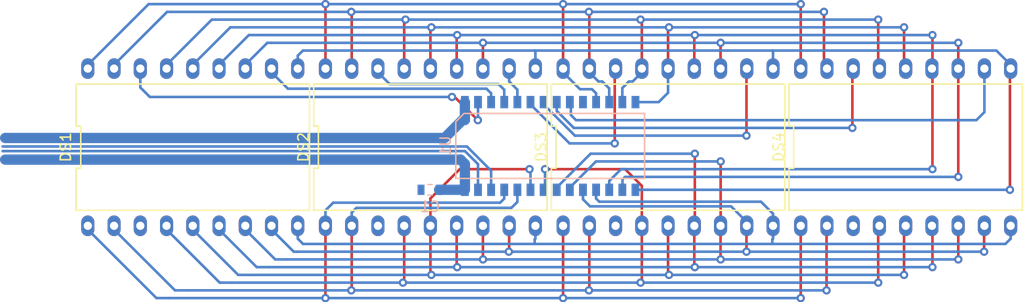
<source format=kicad_pcb>
(kicad_pcb (version 20171130) (host pcbnew 5.0.0-rc2-dev-unknown+dfsg1+20180318-3)

  (general
    (thickness 1.6)
    (drawings 0)
    (tracks 354)
    (zones 0)
    (modules 6)
    (nets 33)
  )

  (page A4)
  (layers
    (0 F.Cu signal)
    (31 B.Cu signal)
    (32 B.Adhes user)
    (33 F.Adhes user)
    (34 B.Paste user)
    (35 F.Paste user)
    (36 B.SilkS user)
    (37 F.SilkS user)
    (38 B.Mask user)
    (39 F.Mask user)
    (40 Dwgs.User user)
    (41 Cmts.User user)
    (42 Eco1.User user)
    (43 Eco2.User user)
    (44 Edge.Cuts user)
    (45 Margin user)
    (46 B.CrtYd user)
    (47 F.CrtYd user)
    (48 B.Fab user)
    (49 F.Fab user)
  )

  (setup
    (last_trace_width 0.25)
    (user_trace_width 0.25)
    (user_trace_width 0.5)
    (user_trace_width 1)
    (trace_clearance 0.2)
    (zone_clearance 0.508)
    (zone_45_only no)
    (trace_min 0.2)
    (segment_width 0.2)
    (edge_width 0.15)
    (via_size 0.8)
    (via_drill 0.4)
    (via_min_size 0.4)
    (via_min_drill 0.3)
    (user_via 1 0.5)
    (uvia_size 0.3)
    (uvia_drill 0.1)
    (uvias_allowed no)
    (uvia_min_size 0.2)
    (uvia_min_drill 0.1)
    (pcb_text_width 0.3)
    (pcb_text_size 1.5 1.5)
    (mod_edge_width 0.15)
    (mod_text_size 1 1)
    (mod_text_width 0.15)
    (pad_size 1.524 1.524)
    (pad_drill 0.762)
    (pad_to_mask_clearance 0.2)
    (aux_axis_origin 0 0)
    (visible_elements FFFFFF7F)
    (pcbplotparams
      (layerselection 0x010fc_ffffffff)
      (usegerberextensions false)
      (usegerberattributes false)
      (usegerberadvancedattributes false)
      (creategerberjobfile false)
      (excludeedgelayer true)
      (linewidth 0.100000)
      (plotframeref false)
      (viasonmask false)
      (mode 1)
      (useauxorigin false)
      (hpglpennumber 1)
      (hpglpenspeed 20)
      (hpglpendiameter 15)
      (psnegative false)
      (psa4output false)
      (plotreference true)
      (plotvalue true)
      (plotinvisibletext false)
      (padsonsilk false)
      (subtractmaskfromsilk false)
      (outputformat 1)
      (mirror false)
      (drillshape 1)
      (scaleselection 1)
      (outputdirectory ""))
  )

  (net 0 "")
  (net 1 GND)
  (net 2 VDD)
  (net 3 /C)
  (net 4 /B)
  (net 5 /DP)
  (net 6 /DIG7)
  (net 7 /D)
  (net 8 /A)
  (net 9 /G2)
  (net 10 /G1)
  (net 11 /N)
  (net 12 /K)
  (net 13 /M)
  (net 14 /J)
  (net 15 "Net-(DS1-Pad3)")
  (net 16 /DIG6)
  (net 17 /L)
  (net 18 /H)
  (net 19 /E)
  (net 20 /F)
  (net 21 /DIG0)
  (net 22 "Net-(DS2-Pad3)")
  (net 23 /DIG1)
  (net 24 /DIG3)
  (net 25 "Net-(DS3-Pad3)")
  (net 26 /DIG2)
  (net 27 /DIG4)
  (net 28 "Net-(DS4-Pad3)")
  (net 29 /DIG5)
  (net 30 /SDA)
  (net 31 /SCL)
  (net 32 "Net-(U1-Pad10)")

  (net_class Default "This is the default net class."
    (clearance 0.2)
    (trace_width 0.25)
    (via_dia 0.8)
    (via_drill 0.4)
    (uvia_dia 0.3)
    (uvia_drill 0.1)
    (add_net /A)
    (add_net /B)
    (add_net /C)
    (add_net /D)
    (add_net /DIG0)
    (add_net /DIG1)
    (add_net /DIG2)
    (add_net /DIG3)
    (add_net /DIG4)
    (add_net /DIG5)
    (add_net /DIG6)
    (add_net /DIG7)
    (add_net /DP)
    (add_net /E)
    (add_net /F)
    (add_net /G1)
    (add_net /G2)
    (add_net /H)
    (add_net /J)
    (add_net /K)
    (add_net /L)
    (add_net /M)
    (add_net /N)
    (add_net /SCL)
    (add_net /SDA)
    (add_net "Net-(DS1-Pad3)")
    (add_net "Net-(DS2-Pad3)")
    (add_net "Net-(DS3-Pad3)")
    (add_net "Net-(DS4-Pad3)")
    (add_net "Net-(U1-Pad10)")
  )

  (net_class PWR ""
    (clearance 0.2)
    (trace_width 0.4)
    (via_dia 1)
    (via_drill 0.5)
    (uvia_dia 0.3)
    (uvia_drill 0.1)
    (add_net GND)
    (add_net VDD)
  )

  (module Capacitor_SMD:C_0603_1608Metric (layer B.Cu) (tedit 59FE48B8) (tstamp 5AE923FF)
    (at 130.375 58.25)
    (descr "Capacitor SMD 0603 (1608 Metric), square (rectangular) end terminal, IPC_7351 nominal, (Body size source: http://www.tortai-tech.com/upload/download/2011102023233369053.pdf), generated with kicad-footprint-generator")
    (tags capacitor)
    (path /5AE67BDA)
    (attr smd)
    (fp_text reference C1 (at 0 1.65) (layer B.SilkS)
      (effects (font (size 1 1) (thickness 0.15)) (justify mirror))
    )
    (fp_text value 0.1u (at 0 -1.65) (layer B.Fab)
      (effects (font (size 1 1) (thickness 0.15)) (justify mirror))
    )
    (fp_line (start -0.8 -0.4) (end -0.8 0.4) (layer B.Fab) (width 0.1))
    (fp_line (start -0.8 0.4) (end 0.8 0.4) (layer B.Fab) (width 0.1))
    (fp_line (start 0.8 0.4) (end 0.8 -0.4) (layer B.Fab) (width 0.1))
    (fp_line (start 0.8 -0.4) (end -0.8 -0.4) (layer B.Fab) (width 0.1))
    (fp_line (start -0.22 0.51) (end 0.22 0.51) (layer B.SilkS) (width 0.12))
    (fp_line (start -0.22 -0.51) (end 0.22 -0.51) (layer B.SilkS) (width 0.12))
    (fp_line (start -1.46 -0.75) (end -1.46 0.75) (layer B.CrtYd) (width 0.05))
    (fp_line (start -1.46 0.75) (end 1.46 0.75) (layer B.CrtYd) (width 0.05))
    (fp_line (start 1.46 0.75) (end 1.46 -0.75) (layer B.CrtYd) (width 0.05))
    (fp_line (start 1.46 -0.75) (end -1.46 -0.75) (layer B.CrtYd) (width 0.05))
    (fp_text user %R (at 0 0) (layer B.Fab)
      (effects (font (size 0.5 0.5) (thickness 0.08)) (justify mirror))
    )
    (pad 1 smd rect (at -0.875 0) (size 0.67 1) (layers B.Cu B.Paste B.Mask)
      (net 1 GND))
    (pad 2 smd rect (at 0.875 0) (size 0.67 1) (layers B.Cu B.Paste B.Mask)
      (net 2 VDD))
    (model ${KISYS3DMOD}/Capacitor_SMD.3dshapes/C_0603_1608Metric.wrl
      (at (xyz 0 0 0))
      (scale (xyz 1 1 1))
      (rotate (xyz 0 0 0))
    )
  )

  (module DC26badge:DUAL_14SEG (layer F.Cu) (tedit 5AE7D986) (tstamp 5AE920D4)
    (at 176.41 54.12)
    (path /5AE67836)
    (fp_text reference DS4 (at -12.295 0 90) (layer F.SilkS)
      (effects (font (size 1 1) (thickness 0.15)))
    )
    (fp_text value 14_Segment_Dual_CC (at 0 0) (layer F.Fab)
      (effects (font (size 1 1) (thickness 0.15)))
    )
    (fp_line (start -11.45 6.25) (end -11.45 -6.25) (layer F.CrtYd) (width 0.05))
    (fp_line (start 11.45 6.25) (end -11.45 6.25) (layer F.CrtYd) (width 0.05))
    (fp_line (start 11.45 -6.25) (end 11.45 6.25) (layer F.CrtYd) (width 0.05))
    (fp_line (start -11.45 -6.25) (end 11.45 -6.25) (layer F.CrtYd) (width 0.05))
    (fp_line (start -11.295 2.039999) (end -11.295 6.119999) (layer F.SilkS) (width 0.15))
    (fp_line (start -10.845 2.039999) (end -11.295 2.039999) (layer F.SilkS) (width 0.15))
    (fp_line (start -10.845 -2.04) (end -10.845 2.039999) (layer F.SilkS) (width 0.15))
    (fp_line (start -11.295 -2.04) (end -10.845 -2.04) (layer F.SilkS) (width 0.15))
    (fp_line (start -11.295 -6.12) (end -11.295 -2.04) (layer F.SilkS) (width 0.15))
    (fp_line (start 11.295 -6.119999) (end -11.295 -6.12) (layer F.SilkS) (width 0.15))
    (fp_line (start 11.295 6.12) (end 11.295 -6.119999) (layer F.SilkS) (width 0.15))
    (fp_line (start -11.295 6.119999) (end 11.295 6.12) (layer F.SilkS) (width 0.15))
    (pad 9 thru_hole oval (at 10.16 7.62) (size 1.27 2) (drill 0.8) (layers *.Cu *.Mask)
      (net 3 /C))
    (pad 10 thru_hole oval (at 10.16 -7.62) (size 1.27 2) (drill 0.8) (layers *.Cu *.Mask)
      (net 4 /B))
    (pad 8 thru_hole oval (at 7.62 7.62) (size 1.27 2) (drill 0.8) (layers *.Cu *.Mask)
      (net 5 /DP))
    (pad 11 thru_hole oval (at 7.62 -7.62) (size 1.27 2) (drill 0.8) (layers *.Cu *.Mask)
      (net 6 /DIG7))
    (pad 7 thru_hole oval (at 5.08 7.62) (size 1.27 2) (drill 0.8) (layers *.Cu *.Mask)
      (net 7 /D))
    (pad 12 thru_hole oval (at 5.08 -7.62) (size 1.27 2) (drill 0.8) (layers *.Cu *.Mask)
      (net 8 /A))
    (pad 6 thru_hole oval (at 2.54 7.62) (size 1.27 2) (drill 0.8) (layers *.Cu *.Mask)
      (net 9 /G2))
    (pad 13 thru_hole oval (at 2.54 -7.62) (size 1.27 2) (drill 0.8) (layers *.Cu *.Mask)
      (net 10 /G1))
    (pad 5 thru_hole oval (at 0 7.62) (size 1.27 2) (drill 0.8) (layers *.Cu *.Mask)
      (net 11 /N))
    (pad 14 thru_hole oval (at 0 -7.62) (size 1.27 2) (drill 0.8) (layers *.Cu *.Mask)
      (net 12 /K))
    (pad 4 thru_hole oval (at -2.54 7.62) (size 1.27 2) (drill 0.8) (layers *.Cu *.Mask)
      (net 13 /M))
    (pad 15 thru_hole oval (at -2.54 -7.62) (size 1.27 2) (drill 0.8) (layers *.Cu *.Mask)
      (net 14 /J))
    (pad 3 thru_hole oval (at -5.08 7.62) (size 1.27 2) (drill 0.8) (layers *.Cu *.Mask)
      (net 28 "Net-(DS4-Pad3)"))
    (pad 16 thru_hole oval (at -5.08 -7.62) (size 1.27 2) (drill 0.8) (layers *.Cu *.Mask)
      (net 16 /DIG6))
    (pad 2 thru_hole oval (at -7.62 7.62) (size 1.27 2) (drill 0.8) (layers *.Cu *.Mask)
      (net 17 /L))
    (pad 17 thru_hole oval (at -7.62 -7.62) (size 1.27 2) (drill 0.8) (layers *.Cu *.Mask)
      (net 18 /H))
    (pad 1 thru_hole oval (at -10.16 7.62) (size 1.27 2) (drill 0.8) (layers *.Cu *.Mask)
      (net 19 /E))
    (pad 18 thru_hole oval (at -10.16 -7.62) (size 1.27 2) (drill 0.8) (layers *.Cu *.Mask)
      (net 20 /F))
  )

  (module DC26badge:DUAL_14SEG (layer F.Cu) (tedit 5AE7D986) (tstamp 5AE920B2)
    (at 153.41 54.12)
    (path /5AE677A6)
    (fp_text reference DS3 (at -12.295 0 90) (layer F.SilkS)
      (effects (font (size 1 1) (thickness 0.15)))
    )
    (fp_text value 14_Segment_Dual_CC (at 0 0) (layer F.Fab)
      (effects (font (size 1 1) (thickness 0.15)))
    )
    (fp_line (start -11.295 6.119999) (end 11.295 6.12) (layer F.SilkS) (width 0.15))
    (fp_line (start 11.295 6.12) (end 11.295 -6.119999) (layer F.SilkS) (width 0.15))
    (fp_line (start 11.295 -6.119999) (end -11.295 -6.12) (layer F.SilkS) (width 0.15))
    (fp_line (start -11.295 -6.12) (end -11.295 -2.04) (layer F.SilkS) (width 0.15))
    (fp_line (start -11.295 -2.04) (end -10.845 -2.04) (layer F.SilkS) (width 0.15))
    (fp_line (start -10.845 -2.04) (end -10.845 2.039999) (layer F.SilkS) (width 0.15))
    (fp_line (start -10.845 2.039999) (end -11.295 2.039999) (layer F.SilkS) (width 0.15))
    (fp_line (start -11.295 2.039999) (end -11.295 6.119999) (layer F.SilkS) (width 0.15))
    (fp_line (start -11.45 -6.25) (end 11.45 -6.25) (layer F.CrtYd) (width 0.05))
    (fp_line (start 11.45 -6.25) (end 11.45 6.25) (layer F.CrtYd) (width 0.05))
    (fp_line (start 11.45 6.25) (end -11.45 6.25) (layer F.CrtYd) (width 0.05))
    (fp_line (start -11.45 6.25) (end -11.45 -6.25) (layer F.CrtYd) (width 0.05))
    (pad 18 thru_hole oval (at -10.16 -7.62) (size 1.27 2) (drill 0.8) (layers *.Cu *.Mask)
      (net 20 /F))
    (pad 1 thru_hole oval (at -10.16 7.62) (size 1.27 2) (drill 0.8) (layers *.Cu *.Mask)
      (net 19 /E))
    (pad 17 thru_hole oval (at -7.62 -7.62) (size 1.27 2) (drill 0.8) (layers *.Cu *.Mask)
      (net 18 /H))
    (pad 2 thru_hole oval (at -7.62 7.62) (size 1.27 2) (drill 0.8) (layers *.Cu *.Mask)
      (net 17 /L))
    (pad 16 thru_hole oval (at -5.08 -7.62) (size 1.27 2) (drill 0.8) (layers *.Cu *.Mask)
      (net 27 /DIG4))
    (pad 3 thru_hole oval (at -5.08 7.62) (size 1.27 2) (drill 0.8) (layers *.Cu *.Mask)
      (net 25 "Net-(DS3-Pad3)"))
    (pad 15 thru_hole oval (at -2.54 -7.62) (size 1.27 2) (drill 0.8) (layers *.Cu *.Mask)
      (net 14 /J))
    (pad 4 thru_hole oval (at -2.54 7.62) (size 1.27 2) (drill 0.8) (layers *.Cu *.Mask)
      (net 13 /M))
    (pad 14 thru_hole oval (at 0 -7.62) (size 1.27 2) (drill 0.8) (layers *.Cu *.Mask)
      (net 12 /K))
    (pad 5 thru_hole oval (at 0 7.62) (size 1.27 2) (drill 0.8) (layers *.Cu *.Mask)
      (net 11 /N))
    (pad 13 thru_hole oval (at 2.54 -7.62) (size 1.27 2) (drill 0.8) (layers *.Cu *.Mask)
      (net 10 /G1))
    (pad 6 thru_hole oval (at 2.54 7.62) (size 1.27 2) (drill 0.8) (layers *.Cu *.Mask)
      (net 9 /G2))
    (pad 12 thru_hole oval (at 5.08 -7.62) (size 1.27 2) (drill 0.8) (layers *.Cu *.Mask)
      (net 8 /A))
    (pad 7 thru_hole oval (at 5.08 7.62) (size 1.27 2) (drill 0.8) (layers *.Cu *.Mask)
      (net 7 /D))
    (pad 11 thru_hole oval (at 7.62 -7.62) (size 1.27 2) (drill 0.8) (layers *.Cu *.Mask)
      (net 29 /DIG5))
    (pad 8 thru_hole oval (at 7.62 7.62) (size 1.27 2) (drill 0.8) (layers *.Cu *.Mask)
      (net 5 /DP))
    (pad 10 thru_hole oval (at 10.16 -7.62) (size 1.27 2) (drill 0.8) (layers *.Cu *.Mask)
      (net 4 /B))
    (pad 9 thru_hole oval (at 10.16 7.62) (size 1.27 2) (drill 0.8) (layers *.Cu *.Mask)
      (net 3 /C))
  )

  (module DC26badge:DUAL_14SEG (layer F.Cu) (tedit 5AE7D986) (tstamp 5AE92090)
    (at 130.41 54.12)
    (path /5AE678E9)
    (fp_text reference DS2 (at -12.295 0 90) (layer F.SilkS)
      (effects (font (size 1 1) (thickness 0.15)))
    )
    (fp_text value 14_Segment_Dual_CC (at 0 0) (layer F.Fab)
      (effects (font (size 1 1) (thickness 0.15)))
    )
    (fp_line (start -11.45 6.25) (end -11.45 -6.25) (layer F.CrtYd) (width 0.05))
    (fp_line (start 11.45 6.25) (end -11.45 6.25) (layer F.CrtYd) (width 0.05))
    (fp_line (start 11.45 -6.25) (end 11.45 6.25) (layer F.CrtYd) (width 0.05))
    (fp_line (start -11.45 -6.25) (end 11.45 -6.25) (layer F.CrtYd) (width 0.05))
    (fp_line (start -11.295 2.039999) (end -11.295 6.119999) (layer F.SilkS) (width 0.15))
    (fp_line (start -10.845 2.039999) (end -11.295 2.039999) (layer F.SilkS) (width 0.15))
    (fp_line (start -10.845 -2.04) (end -10.845 2.039999) (layer F.SilkS) (width 0.15))
    (fp_line (start -11.295 -2.04) (end -10.845 -2.04) (layer F.SilkS) (width 0.15))
    (fp_line (start -11.295 -6.12) (end -11.295 -2.04) (layer F.SilkS) (width 0.15))
    (fp_line (start 11.295 -6.119999) (end -11.295 -6.12) (layer F.SilkS) (width 0.15))
    (fp_line (start 11.295 6.12) (end 11.295 -6.119999) (layer F.SilkS) (width 0.15))
    (fp_line (start -11.295 6.119999) (end 11.295 6.12) (layer F.SilkS) (width 0.15))
    (pad 9 thru_hole oval (at 10.16 7.62) (size 1.27 2) (drill 0.8) (layers *.Cu *.Mask)
      (net 3 /C))
    (pad 10 thru_hole oval (at 10.16 -7.62) (size 1.27 2) (drill 0.8) (layers *.Cu *.Mask)
      (net 4 /B))
    (pad 8 thru_hole oval (at 7.62 7.62) (size 1.27 2) (drill 0.8) (layers *.Cu *.Mask)
      (net 5 /DP))
    (pad 11 thru_hole oval (at 7.62 -7.62) (size 1.27 2) (drill 0.8) (layers *.Cu *.Mask)
      (net 24 /DIG3))
    (pad 7 thru_hole oval (at 5.08 7.62) (size 1.27 2) (drill 0.8) (layers *.Cu *.Mask)
      (net 7 /D))
    (pad 12 thru_hole oval (at 5.08 -7.62) (size 1.27 2) (drill 0.8) (layers *.Cu *.Mask)
      (net 8 /A))
    (pad 6 thru_hole oval (at 2.54 7.62) (size 1.27 2) (drill 0.8) (layers *.Cu *.Mask)
      (net 9 /G2))
    (pad 13 thru_hole oval (at 2.54 -7.62) (size 1.27 2) (drill 0.8) (layers *.Cu *.Mask)
      (net 10 /G1))
    (pad 5 thru_hole oval (at 0 7.62) (size 1.27 2) (drill 0.8) (layers *.Cu *.Mask)
      (net 11 /N))
    (pad 14 thru_hole oval (at 0 -7.62) (size 1.27 2) (drill 0.8) (layers *.Cu *.Mask)
      (net 12 /K))
    (pad 4 thru_hole oval (at -2.54 7.62) (size 1.27 2) (drill 0.8) (layers *.Cu *.Mask)
      (net 13 /M))
    (pad 15 thru_hole oval (at -2.54 -7.62) (size 1.27 2) (drill 0.8) (layers *.Cu *.Mask)
      (net 14 /J))
    (pad 3 thru_hole oval (at -5.08 7.62) (size 1.27 2) (drill 0.8) (layers *.Cu *.Mask)
      (net 22 "Net-(DS2-Pad3)"))
    (pad 16 thru_hole oval (at -5.08 -7.62) (size 1.27 2) (drill 0.8) (layers *.Cu *.Mask)
      (net 26 /DIG2))
    (pad 2 thru_hole oval (at -7.62 7.62) (size 1.27 2) (drill 0.8) (layers *.Cu *.Mask)
      (net 17 /L))
    (pad 17 thru_hole oval (at -7.62 -7.62) (size 1.27 2) (drill 0.8) (layers *.Cu *.Mask)
      (net 18 /H))
    (pad 1 thru_hole oval (at -10.16 7.62) (size 1.27 2) (drill 0.8) (layers *.Cu *.Mask)
      (net 19 /E))
    (pad 18 thru_hole oval (at -10.16 -7.62) (size 1.27 2) (drill 0.8) (layers *.Cu *.Mask)
      (net 20 /F))
  )

  (module DC26badge:DUAL_14SEG (layer F.Cu) (tedit 5AE7D986) (tstamp 5AE92207)
    (at 107.41 54.12)
    (path /5AE66499)
    (fp_text reference DS1 (at -12.295 0 90) (layer F.SilkS)
      (effects (font (size 1 1) (thickness 0.15)))
    )
    (fp_text value 14_Segment_Dual_CC (at 0 0) (layer F.Fab)
      (effects (font (size 1 1) (thickness 0.15)))
    )
    (fp_line (start -11.295 6.119999) (end 11.295 6.12) (layer F.SilkS) (width 0.15))
    (fp_line (start 11.295 6.12) (end 11.295 -6.119999) (layer F.SilkS) (width 0.15))
    (fp_line (start 11.295 -6.119999) (end -11.295 -6.12) (layer F.SilkS) (width 0.15))
    (fp_line (start -11.295 -6.12) (end -11.295 -2.04) (layer F.SilkS) (width 0.15))
    (fp_line (start -11.295 -2.04) (end -10.845 -2.04) (layer F.SilkS) (width 0.15))
    (fp_line (start -10.845 -2.04) (end -10.845 2.039999) (layer F.SilkS) (width 0.15))
    (fp_line (start -10.845 2.039999) (end -11.295 2.039999) (layer F.SilkS) (width 0.15))
    (fp_line (start -11.295 2.039999) (end -11.295 6.119999) (layer F.SilkS) (width 0.15))
    (fp_line (start -11.45 -6.25) (end 11.45 -6.25) (layer F.CrtYd) (width 0.05))
    (fp_line (start 11.45 -6.25) (end 11.45 6.25) (layer F.CrtYd) (width 0.05))
    (fp_line (start 11.45 6.25) (end -11.45 6.25) (layer F.CrtYd) (width 0.05))
    (fp_line (start -11.45 6.25) (end -11.45 -6.25) (layer F.CrtYd) (width 0.05))
    (pad 18 thru_hole oval (at -10.16 -7.62) (size 1.27 2) (drill 0.8) (layers *.Cu *.Mask)
      (net 20 /F))
    (pad 1 thru_hole oval (at -10.16 7.62) (size 1.27 2) (drill 0.8) (layers *.Cu *.Mask)
      (net 19 /E))
    (pad 17 thru_hole oval (at -7.62 -7.62) (size 1.27 2) (drill 0.8) (layers *.Cu *.Mask)
      (net 18 /H))
    (pad 2 thru_hole oval (at -7.62 7.62) (size 1.27 2) (drill 0.8) (layers *.Cu *.Mask)
      (net 17 /L))
    (pad 16 thru_hole oval (at -5.08 -7.62) (size 1.27 2) (drill 0.8) (layers *.Cu *.Mask)
      (net 21 /DIG0))
    (pad 3 thru_hole oval (at -5.08 7.62) (size 1.27 2) (drill 0.8) (layers *.Cu *.Mask)
      (net 15 "Net-(DS1-Pad3)"))
    (pad 15 thru_hole oval (at -2.54 -7.62) (size 1.27 2) (drill 0.8) (layers *.Cu *.Mask)
      (net 14 /J))
    (pad 4 thru_hole oval (at -2.54 7.62) (size 1.27 2) (drill 0.8) (layers *.Cu *.Mask)
      (net 13 /M))
    (pad 14 thru_hole oval (at 0 -7.62) (size 1.27 2) (drill 0.8) (layers *.Cu *.Mask)
      (net 12 /K))
    (pad 5 thru_hole oval (at 0 7.62) (size 1.27 2) (drill 0.8) (layers *.Cu *.Mask)
      (net 11 /N))
    (pad 13 thru_hole oval (at 2.54 -7.62) (size 1.27 2) (drill 0.8) (layers *.Cu *.Mask)
      (net 10 /G1))
    (pad 6 thru_hole oval (at 2.54 7.62) (size 1.27 2) (drill 0.8) (layers *.Cu *.Mask)
      (net 9 /G2))
    (pad 12 thru_hole oval (at 5.08 -7.62) (size 1.27 2) (drill 0.8) (layers *.Cu *.Mask)
      (net 8 /A))
    (pad 7 thru_hole oval (at 5.08 7.62) (size 1.27 2) (drill 0.8) (layers *.Cu *.Mask)
      (net 7 /D))
    (pad 11 thru_hole oval (at 7.62 -7.62) (size 1.27 2) (drill 0.8) (layers *.Cu *.Mask)
      (net 23 /DIG1))
    (pad 8 thru_hole oval (at 7.62 7.62) (size 1.27 2) (drill 0.8) (layers *.Cu *.Mask)
      (net 5 /DP))
    (pad 10 thru_hole oval (at 10.16 -7.62) (size 1.27 2) (drill 0.8) (layers *.Cu *.Mask)
      (net 4 /B))
    (pad 9 thru_hole oval (at 10.16 7.62) (size 1.27 2) (drill 0.8) (layers *.Cu *.Mask)
      (net 3 /C))
  )

  (module DC26badge:SOIC-28-300mil (layer B.Cu) (tedit 5AE7D78F) (tstamp 5AE9204C)
    (at 142 54)
    (path /5AE66C17)
    (attr smd)
    (fp_text reference U1 (at -10.135 0 -90) (layer B.SilkS)
      (effects (font (size 1 1) (thickness 0.15)) (justify mirror))
    )
    (fp_text value HT16K33-28 (at 0 0) (layer B.Fab)
      (effects (font (size 1 1) (thickness 0.15)) (justify mirror))
    )
    (fp_line (start -8.335 -3.15) (end -9.135 -2.35) (layer B.SilkS) (width 0.15))
    (fp_line (start -9.135 -2.35) (end -9.135 3.15) (layer B.SilkS) (width 0.15))
    (fp_line (start -9.135 3.15) (end 9.135 3.15) (layer B.SilkS) (width 0.15))
    (fp_line (start 9.135 3.15) (end 9.135 -3.15) (layer B.SilkS) (width 0.15))
    (fp_line (start 9.135 -3.15) (end -8.335 -3.15) (layer B.SilkS) (width 0.15))
    (fp_line (start -9.3 3.3) (end 9.3 3.3) (layer B.CrtYd) (width 0.05))
    (fp_line (start 9.3 3.3) (end 9.3 -3.3) (layer B.CrtYd) (width 0.05))
    (fp_line (start 9.3 -3.3) (end -9.3 -3.3) (layer B.CrtYd) (width 0.05))
    (fp_line (start -9.3 -3.3) (end -9.3 3.3) (layer B.CrtYd) (width 0.05))
    (pad 28 smd rect (at -8.255 4.25) (size 0.76 1.2) (layers B.Cu B.Paste B.Mask)
      (net 2 VDD))
    (pad 1 smd rect (at -8.255 -4.25) (size 0.76 1.2) (layers B.Cu B.Paste B.Mask)
      (net 1 GND))
    (pad 27 smd rect (at -6.985 4.25) (size 0.76 1.2) (layers B.Cu B.Paste B.Mask)
      (net 30 /SDA))
    (pad 2 smd rect (at -6.985 -4.25) (size 0.76 1.2) (layers B.Cu B.Paste B.Mask)
      (net 21 /DIG0))
    (pad 26 smd rect (at -5.715 4.25) (size 0.76 1.2) (layers B.Cu B.Paste B.Mask)
      (net 31 /SCL))
    (pad 3 smd rect (at -5.715 -4.25) (size 0.76 1.2) (layers B.Cu B.Paste B.Mask)
      (net 23 /DIG1))
    (pad 25 smd rect (at -4.445 4.25) (size 0.76 1.2) (layers B.Cu B.Paste B.Mask)
      (net 19 /E))
    (pad 4 smd rect (at -4.445 -4.25) (size 0.76 1.2) (layers B.Cu B.Paste B.Mask)
      (net 26 /DIG2))
    (pad 24 smd rect (at -3.175 4.25) (size 0.76 1.2) (layers B.Cu B.Paste B.Mask)
      (net 17 /L))
    (pad 5 smd rect (at -3.175 -4.25) (size 0.76 1.2) (layers B.Cu B.Paste B.Mask)
      (net 24 /DIG3))
    (pad 23 smd rect (at -1.905 4.25) (size 0.76 1.2) (layers B.Cu B.Paste B.Mask)
      (net 11 /N))
    (pad 6 smd rect (at -1.905 -4.25) (size 0.76 1.2) (layers B.Cu B.Paste B.Mask)
      (net 27 /DIG4))
    (pad 22 smd rect (at -0.635 4.25) (size 0.76 1.2) (layers B.Cu B.Paste B.Mask)
      (net 13 /M))
    (pad 7 smd rect (at -0.635 -4.25) (size 0.76 1.2) (layers B.Cu B.Paste B.Mask)
      (net 29 /DIG5))
    (pad 21 smd rect (at 0.635 4.25) (size 0.76 1.2) (layers B.Cu B.Paste B.Mask)
      (net 9 /G2))
    (pad 8 smd rect (at 0.635 -4.25) (size 0.76 1.2) (layers B.Cu B.Paste B.Mask)
      (net 16 /DIG6))
    (pad 20 smd rect (at 1.905 4.25) (size 0.76 1.2) (layers B.Cu B.Paste B.Mask)
      (net 7 /D))
    (pad 9 smd rect (at 1.905 -4.25) (size 0.76 1.2) (layers B.Cu B.Paste B.Mask)
      (net 6 /DIG7))
    (pad 19 smd rect (at 3.175 4.25) (size 0.76 1.2) (layers B.Cu B.Paste B.Mask)
      (net 5 /DP))
    (pad 10 smd rect (at 3.175 -4.25) (size 0.76 1.2) (layers B.Cu B.Paste B.Mask)
      (net 32 "Net-(U1-Pad10)"))
    (pad 18 smd rect (at 4.445 4.25) (size 0.76 1.2) (layers B.Cu B.Paste B.Mask)
      (net 3 /C))
    (pad 11 smd rect (at 4.445 -4.25) (size 0.76 1.2) (layers B.Cu B.Paste B.Mask)
      (net 20 /F))
    (pad 17 smd rect (at 5.715 4.25) (size 0.76 1.2) (layers B.Cu B.Paste B.Mask)
      (net 10 /G1))
    (pad 12 smd rect (at 5.715 -4.25) (size 0.76 1.2) (layers B.Cu B.Paste B.Mask)
      (net 18 /H))
    (pad 16 smd rect (at 6.985 4.25) (size 0.76 1.2) (layers B.Cu B.Paste B.Mask)
      (net 8 /A))
    (pad 13 smd rect (at 6.985 -4.25) (size 0.76 1.2) (layers B.Cu B.Paste B.Mask)
      (net 14 /J))
    (pad 15 smd rect (at 8.255 4.25) (size 0.76 1.2) (layers B.Cu B.Paste B.Mask)
      (net 4 /B))
    (pad 14 smd rect (at 8.255 -4.25) (size 0.76 1.2) (layers B.Cu B.Paste B.Mask)
      (net 12 /K))
  )

  (segment (start 131.77502 53.22498) (end 89.25 53.22498) (width 1) (layer B.Cu) (net 1))
  (segment (start 133.745 51.47998) (end 133.52002 51.47998) (width 1) (layer B.Cu) (net 1))
  (segment (start 133.52002 51.47998) (end 131.77502 53.22498) (width 1) (layer B.Cu) (net 1))
  (segment (start 133.745 49.75) (end 133.745 51.47998) (width 1) (layer B.Cu) (net 1))
  (segment (start 133.32501 55.32501) (end 89.25 55.32501) (width 1) (layer B.Cu) (net 2))
  (segment (start 133.745 58.25) (end 133.745 55.745) (width 1) (layer B.Cu) (net 2))
  (segment (start 133.745 55.745) (end 133.32501 55.32501) (width 1) (layer B.Cu) (net 2))
  (segment (start 133.745 58.25) (end 131.25 58.25) (width 1) (layer B.Cu) (net 2))
  (segment (start 146.445 59.1) (end 146.75 59.405) (width 0.25) (layer B.Cu) (net 3))
  (segment (start 146.445 58.25) (end 146.445 59.1) (width 0.25) (layer B.Cu) (net 3))
  (segment (start 146.75 59.405) (end 162.405 59.405) (width 0.25) (layer B.Cu) (net 3))
  (segment (start 163.57 60.57) (end 163.57 61.74) (width 0.25) (layer B.Cu) (net 3))
  (segment (start 162.405 59.405) (end 163.57 60.57) (width 0.25) (layer B.Cu) (net 3))
  (segment (start 163.5 63.5) (end 186.06 63.5) (width 0.25) (layer B.Cu) (net 3))
  (segment (start 163.57 61.74) (end 163.57 62.99) (width 0.25) (layer B.Cu) (net 3))
  (segment (start 163.5 63.06) (end 163.5 63.5) (width 0.25) (layer B.Cu) (net 3))
  (segment (start 140.5 63.5) (end 163.5 63.5) (width 0.25) (layer B.Cu) (net 3))
  (segment (start 163.57 62.99) (end 163.5 63.06) (width 0.25) (layer B.Cu) (net 3))
  (segment (start 118.08 63.5) (end 140.5 63.5) (width 0.25) (layer B.Cu) (net 3))
  (segment (start 140.57 62.99) (end 140.5 63.06) (width 0.25) (layer B.Cu) (net 3))
  (segment (start 140.57 61.74) (end 140.57 62.99) (width 0.25) (layer B.Cu) (net 3))
  (segment (start 140.5 63.06) (end 140.5 63.5) (width 0.25) (layer B.Cu) (net 3))
  (segment (start 117.57 61.74) (end 117.57 62.99) (width 0.25) (layer B.Cu) (net 3))
  (segment (start 186.57 62.99) (end 186.57 61.74) (width 0.25) (layer B.Cu) (net 3))
  (segment (start 117.57 62.99) (end 118.08 63.5) (width 0.25) (layer B.Cu) (net 3))
  (segment (start 186.06 63.5) (end 186.57 62.99) (width 0.25) (layer B.Cu) (net 3))
  (segment (start 186.5 58.25) (end 186.5 46.57) (width 0.25) (layer F.Cu) (net 4))
  (segment (start 186.5 46.57) (end 186.57 46.5) (width 0.25) (layer F.Cu) (net 4))
  (segment (start 150.255 58.25) (end 186.5 58.25) (width 0.25) (layer B.Cu) (net 4))
  (via (at 186.5 58.25) (size 0.8) (drill 0.4) (layers F.Cu B.Cu) (net 4))
  (segment (start 140.5 44.75) (end 163.5 44.75) (width 0.25) (layer B.Cu) (net 4))
  (segment (start 118.07 44.75) (end 140.5 44.75) (width 0.25) (layer B.Cu) (net 4))
  (segment (start 140.57 46.5) (end 140.57 44.82) (width 0.25) (layer B.Cu) (net 4))
  (segment (start 140.57 44.82) (end 140.5 44.75) (width 0.25) (layer B.Cu) (net 4))
  (segment (start 163.5 44.75) (end 185.185 44.75) (width 0.25) (layer B.Cu) (net 4))
  (segment (start 163.57 44.82) (end 163.5 44.75) (width 0.25) (layer B.Cu) (net 4))
  (segment (start 163.57 46.5) (end 163.57 44.82) (width 0.25) (layer B.Cu) (net 4))
  (segment (start 185.185 44.75) (end 186.57 46.135) (width 0.25) (layer B.Cu) (net 4))
  (segment (start 186.57 46.135) (end 186.57 46.5) (width 0.25) (layer B.Cu) (net 4))
  (segment (start 117.57 46.5) (end 117.57 45.25) (width 0.25) (layer B.Cu) (net 4))
  (segment (start 117.57 45.25) (end 118.07 44.75) (width 0.25) (layer B.Cu) (net 4))
  (segment (start 161.03 61.375) (end 159.51001 59.85501) (width 0.25) (layer B.Cu) (net 5))
  (segment (start 161.03 61.74) (end 161.03 61.375) (width 0.25) (layer B.Cu) (net 5))
  (segment (start 159.51001 59.85501) (end 145.85501 59.85501) (width 0.25) (layer B.Cu) (net 5))
  (segment (start 145.85501 59.85501) (end 145.175 59.175) (width 0.25) (layer B.Cu) (net 5))
  (segment (start 145.175 59.175) (end 145.175 58.25) (width 0.25) (layer B.Cu) (net 5))
  (segment (start 145.175 58.25) (end 145.175 58.46641) (width 0.25) (layer B.Cu) (net 5))
  (segment (start 184 64.25) (end 184 61.77) (width 0.25) (layer F.Cu) (net 5))
  (segment (start 184 61.77) (end 184.03 61.74) (width 0.25) (layer F.Cu) (net 5))
  (segment (start 161 64.25) (end 184 64.25) (width 0.25) (layer B.Cu) (net 5))
  (via (at 184 64.25) (size 0.8) (drill 0.4) (layers F.Cu B.Cu) (net 5))
  (segment (start 138 64.25) (end 161 64.25) (width 0.25) (layer B.Cu) (net 5))
  (segment (start 117.54 64.25) (end 138 64.25) (width 0.25) (layer B.Cu) (net 5))
  (via (at 138 64.25) (size 0.8) (drill 0.4) (layers F.Cu B.Cu) (net 5))
  (segment (start 138.03 61.74) (end 138.03 64.22) (width 0.25) (layer F.Cu) (net 5))
  (segment (start 138.03 64.22) (end 138 64.25) (width 0.25) (layer F.Cu) (net 5))
  (segment (start 161 64.25) (end 161 61.77) (width 0.25) (layer F.Cu) (net 5))
  (segment (start 161 61.77) (end 161.03 61.74) (width 0.25) (layer F.Cu) (net 5))
  (segment (start 115.03 62.105) (end 117.175 64.25) (width 0.25) (layer B.Cu) (net 5))
  (segment (start 115.03 61.74) (end 115.03 62.105) (width 0.25) (layer B.Cu) (net 5))
  (via (at 161 64.25) (size 0.8) (drill 0.4) (layers F.Cu B.Cu) (net 5))
  (segment (start 117.175 64.25) (end 117.54 64.25) (width 0.25) (layer B.Cu) (net 5))
  (segment (start 183.25 51.5) (end 184.03 50.72) (width 0.25) (layer B.Cu) (net 6))
  (segment (start 184.03 50.72) (end 184.03 46.5) (width 0.25) (layer B.Cu) (net 6))
  (segment (start 144.5 51.5) (end 183.25 51.5) (width 0.25) (layer B.Cu) (net 6))
  (segment (start 144 51) (end 144.5 51.5) (width 0.25) (layer B.Cu) (net 6))
  (segment (start 144 50.065) (end 144 51) (width 0.25) (layer B.Cu) (net 6))
  (segment (start 143.905 49.75) (end 143.905 49.97) (width 0.25) (layer B.Cu) (net 6))
  (segment (start 143.905 49.97) (end 144 50.065) (width 0.25) (layer B.Cu) (net 6))
  (segment (start 158.5 55.5) (end 158.5 61.73) (width 0.25) (layer F.Cu) (net 7))
  (segment (start 158.5 61.73) (end 158.49 61.74) (width 0.25) (layer F.Cu) (net 7))
  (segment (start 143.905 58.03) (end 146.435 55.5) (width 0.25) (layer B.Cu) (net 7))
  (segment (start 143.905 58.25) (end 143.905 58.03) (width 0.25) (layer B.Cu) (net 7))
  (segment (start 146.435 55.5) (end 158.5 55.5) (width 0.25) (layer B.Cu) (net 7))
  (via (at 158.5 55.5) (size 0.8) (drill 0.4) (layers F.Cu B.Cu) (net 7))
  (segment (start 135.5 65) (end 158.5 65) (width 0.25) (layer B.Cu) (net 7))
  (segment (start 135.49 61.74) (end 135.49 64.99) (width 0.25) (layer F.Cu) (net 7))
  (segment (start 135.49 64.99) (end 135.5 65) (width 0.25) (layer F.Cu) (net 7))
  (segment (start 116.567341 65) (end 135.5 65) (width 0.25) (layer B.Cu) (net 7))
  (via (at 135.5 65) (size 0.8) (drill 0.4) (layers F.Cu B.Cu) (net 7))
  (segment (start 158.5 65) (end 181.5 65) (width 0.25) (layer B.Cu) (net 7))
  (segment (start 158.49 64.99) (end 158.5 65) (width 0.25) (layer F.Cu) (net 7))
  (segment (start 158.49 61.74) (end 158.49 64.99) (width 0.25) (layer F.Cu) (net 7))
  (via (at 158.5 65) (size 0.8) (drill 0.4) (layers F.Cu B.Cu) (net 7))
  (segment (start 181.5 65) (end 181.5 61.75) (width 0.25) (layer F.Cu) (net 7))
  (segment (start 181.5 61.75) (end 181.49 61.74) (width 0.25) (layer F.Cu) (net 7))
  (segment (start 112.49 62.105) (end 115.385 65) (width 0.25) (layer B.Cu) (net 7))
  (segment (start 112.49 61.74) (end 112.49 62.105) (width 0.25) (layer B.Cu) (net 7))
  (segment (start 115.385 65) (end 116.567341 65) (width 0.25) (layer B.Cu) (net 7))
  (via (at 181.5 65) (size 0.8) (drill 0.4) (layers F.Cu B.Cu) (net 7))
  (segment (start 181.5 57) (end 181.5 46.51) (width 0.25) (layer F.Cu) (net 8))
  (segment (start 181.5 46.51) (end 181.49 46.5) (width 0.25) (layer F.Cu) (net 8))
  (segment (start 149.25 57) (end 181.5 57) (width 0.25) (layer B.Cu) (net 8))
  (via (at 181.5 57) (size 0.8) (drill 0.4) (layers F.Cu B.Cu) (net 8))
  (segment (start 149 57.25) (end 149.25 57) (width 0.25) (layer B.Cu) (net 8))
  (segment (start 149 58.015) (end 149 57.25) (width 0.25) (layer B.Cu) (net 8))
  (segment (start 148.985 58.25) (end 148.985 58.03) (width 0.25) (layer B.Cu) (net 8))
  (segment (start 148.985 58.03) (end 149 58.015) (width 0.25) (layer B.Cu) (net 8))
  (segment (start 135.5 44) (end 158.5 44) (width 0.25) (layer B.Cu) (net 8))
  (segment (start 114.99 44) (end 135.5 44) (width 0.25) (layer B.Cu) (net 8))
  (segment (start 135.49 46.5) (end 135.49 44.01) (width 0.25) (layer F.Cu) (net 8))
  (segment (start 135.49 44.01) (end 135.5 44) (width 0.25) (layer F.Cu) (net 8))
  (via (at 135.5 44) (size 0.8) (drill 0.4) (layers F.Cu B.Cu) (net 8))
  (segment (start 158.5 44) (end 181.5 44) (width 0.25) (layer B.Cu) (net 8))
  (segment (start 158.49 44.01) (end 158.5 44) (width 0.25) (layer F.Cu) (net 8))
  (segment (start 158.49 46.5) (end 158.49 44.01) (width 0.25) (layer F.Cu) (net 8))
  (via (at 158.5 44) (size 0.8) (drill 0.4) (layers F.Cu B.Cu) (net 8))
  (segment (start 181.5 44) (end 181.5 46.49) (width 0.25) (layer F.Cu) (net 8))
  (segment (start 181.5 46.49) (end 181.49 46.5) (width 0.25) (layer F.Cu) (net 8))
  (segment (start 112.49 46.135) (end 114.625 44) (width 0.25) (layer B.Cu) (net 8))
  (segment (start 114.625 44) (end 114.99 44) (width 0.25) (layer B.Cu) (net 8))
  (segment (start 112.49 46.5) (end 112.49 46.135) (width 0.25) (layer B.Cu) (net 8))
  (via (at 181.5 44) (size 0.8) (drill 0.4) (layers F.Cu B.Cu) (net 8))
  (segment (start 156 54.75) (end 156 61.69) (width 0.25) (layer F.Cu) (net 9))
  (segment (start 156 61.69) (end 155.95 61.74) (width 0.25) (layer F.Cu) (net 9))
  (segment (start 142.635 58.03) (end 145.915 54.75) (width 0.25) (layer B.Cu) (net 9))
  (segment (start 142.635 58.25) (end 142.635 58.03) (width 0.25) (layer B.Cu) (net 9))
  (segment (start 145.915 54.75) (end 156 54.75) (width 0.25) (layer B.Cu) (net 9))
  (via (at 156 54.75) (size 0.8) (drill 0.4) (layers F.Cu B.Cu) (net 9))
  (segment (start 133 65.75) (end 156 65.75) (width 0.25) (layer B.Cu) (net 9))
  (segment (start 114.777341 65.75) (end 133 65.75) (width 0.25) (layer B.Cu) (net 9))
  (segment (start 132.95 61.74) (end 132.95 65.7) (width 0.25) (layer F.Cu) (net 9))
  (segment (start 132.95 65.7) (end 133 65.75) (width 0.25) (layer F.Cu) (net 9))
  (via (at 133 65.75) (size 0.8) (drill 0.4) (layers F.Cu B.Cu) (net 9))
  (segment (start 156 65.75) (end 179 65.75) (width 0.25) (layer B.Cu) (net 9))
  (segment (start 155.95 61.74) (end 155.95 65.7) (width 0.25) (layer F.Cu) (net 9))
  (segment (start 155.95 65.7) (end 156 65.75) (width 0.25) (layer F.Cu) (net 9))
  (via (at 156 65.75) (size 0.8) (drill 0.4) (layers F.Cu B.Cu) (net 9))
  (segment (start 179 65.75) (end 179 61.79) (width 0.25) (layer F.Cu) (net 9))
  (segment (start 179 61.79) (end 178.95 61.74) (width 0.25) (layer F.Cu) (net 9))
  (segment (start 109.95 62.105) (end 113.595 65.75) (width 0.25) (layer B.Cu) (net 9))
  (segment (start 109.95 61.74) (end 109.95 62.105) (width 0.25) (layer B.Cu) (net 9))
  (via (at 179 65.75) (size 0.8) (drill 0.4) (layers F.Cu B.Cu) (net 9))
  (segment (start 113.595 65.75) (end 114.777341 65.75) (width 0.25) (layer B.Cu) (net 9))
  (segment (start 179 56.25) (end 179 46.55) (width 0.25) (layer F.Cu) (net 10))
  (segment (start 179 46.55) (end 178.95 46.5) (width 0.25) (layer F.Cu) (net 10))
  (segment (start 147.715 57.4) (end 148.865 56.25) (width 0.25) (layer B.Cu) (net 10))
  (segment (start 148.865 56.25) (end 179 56.25) (width 0.25) (layer B.Cu) (net 10))
  (segment (start 147.715 58.25) (end 147.715 57.4) (width 0.25) (layer B.Cu) (net 10))
  (via (at 179 56.25) (size 0.8) (drill 0.4) (layers F.Cu B.Cu) (net 10))
  (segment (start 133 43.25) (end 156 43.25) (width 0.25) (layer B.Cu) (net 10))
  (segment (start 112.835 43.25) (end 133 43.25) (width 0.25) (layer B.Cu) (net 10))
  (segment (start 132.95 46.5) (end 132.95 43.3) (width 0.25) (layer F.Cu) (net 10))
  (via (at 133 43.25) (size 0.8) (drill 0.4) (layers F.Cu B.Cu) (net 10))
  (segment (start 132.95 43.3) (end 133 43.25) (width 0.25) (layer F.Cu) (net 10))
  (segment (start 156 43.25) (end 179 43.25) (width 0.25) (layer B.Cu) (net 10))
  (segment (start 155.95 46.5) (end 155.95 43.3) (width 0.25) (layer F.Cu) (net 10))
  (segment (start 155.95 43.3) (end 156 43.25) (width 0.25) (layer F.Cu) (net 10))
  (via (at 156 43.25) (size 0.8) (drill 0.4) (layers F.Cu B.Cu) (net 10))
  (segment (start 179 43.25) (end 179 46.45) (width 0.25) (layer F.Cu) (net 10))
  (segment (start 179 46.45) (end 178.95 46.5) (width 0.25) (layer F.Cu) (net 10))
  (segment (start 109.95 46.135) (end 112.835 43.25) (width 0.25) (layer B.Cu) (net 10))
  (segment (start 109.95 46.5) (end 109.95 46.135) (width 0.25) (layer B.Cu) (net 10))
  (via (at 179 43.25) (size 0.8) (drill 0.4) (layers F.Cu B.Cu) (net 10))
  (segment (start 133.25 56.25) (end 130.41 59.09) (width 0.25) (layer F.Cu) (net 11))
  (segment (start 140 56.25) (end 133.25 56.25) (width 0.25) (layer F.Cu) (net 11))
  (segment (start 130.41 59.09) (end 130.41 61.74) (width 0.25) (layer F.Cu) (net 11))
  (segment (start 140.095 56.345) (end 140 56.25) (width 0.25) (layer B.Cu) (net 11))
  (segment (start 140.095 58.25) (end 140.095 56.345) (width 0.25) (layer B.Cu) (net 11))
  (via (at 140 56.25) (size 0.8) (drill 0.4) (layers F.Cu B.Cu) (net 11))
  (segment (start 130.5 66.5) (end 153.5 66.5) (width 0.25) (layer B.Cu) (net 11))
  (segment (start 112.987341 66.5) (end 130.5 66.5) (width 0.25) (layer B.Cu) (net 11))
  (segment (start 130.41 61.74) (end 130.41 66.41) (width 0.25) (layer F.Cu) (net 11))
  (segment (start 130.41 66.41) (end 130.5 66.5) (width 0.25) (layer F.Cu) (net 11))
  (via (at 130.5 66.5) (size 0.8) (drill 0.4) (layers F.Cu B.Cu) (net 11))
  (segment (start 153.5 66.5) (end 176.25 66.5) (width 0.25) (layer B.Cu) (net 11))
  (segment (start 153.41 61.74) (end 153.41 66.41) (width 0.25) (layer F.Cu) (net 11))
  (segment (start 153.41 66.41) (end 153.5 66.5) (width 0.25) (layer F.Cu) (net 11))
  (via (at 153.5 66.5) (size 0.8) (drill 0.4) (layers F.Cu B.Cu) (net 11))
  (segment (start 176.25 66.5) (end 176.25 61.9) (width 0.25) (layer F.Cu) (net 11))
  (segment (start 176.25 61.9) (end 176.41 61.74) (width 0.25) (layer F.Cu) (net 11))
  (segment (start 107.41 62.105) (end 111.805 66.5) (width 0.25) (layer B.Cu) (net 11))
  (segment (start 111.805 66.5) (end 112.987341 66.5) (width 0.25) (layer B.Cu) (net 11))
  (segment (start 107.41 61.74) (end 107.41 62.105) (width 0.25) (layer B.Cu) (net 11))
  (via (at 176.25 66.5) (size 0.8) (drill 0.4) (layers F.Cu B.Cu) (net 11))
  (segment (start 152.5 49.75) (end 153.41 48.84) (width 0.25) (layer B.Cu) (net 12))
  (segment (start 153.41 48.84) (end 153.41 46.5) (width 0.25) (layer B.Cu) (net 12))
  (segment (start 150.255 49.75) (end 152.5 49.75) (width 0.25) (layer B.Cu) (net 12))
  (segment (start 130.5 42.5) (end 153.5 42.5) (width 0.25) (layer B.Cu) (net 12))
  (segment (start 111.045 42.5) (end 130.5 42.5) (width 0.25) (layer B.Cu) (net 12))
  (segment (start 130.41 46.5) (end 130.41 42.59) (width 0.25) (layer F.Cu) (net 12))
  (segment (start 130.41 42.59) (end 130.5 42.5) (width 0.25) (layer F.Cu) (net 12))
  (via (at 130.5 42.5) (size 0.8) (drill 0.4) (layers F.Cu B.Cu) (net 12))
  (segment (start 153.5 42.5) (end 176.25 42.5) (width 0.25) (layer B.Cu) (net 12))
  (segment (start 153.41 46.5) (end 153.41 42.59) (width 0.25) (layer F.Cu) (net 12))
  (segment (start 153.41 42.59) (end 153.5 42.5) (width 0.25) (layer F.Cu) (net 12))
  (via (at 153.5 42.5) (size 0.8) (drill 0.4) (layers F.Cu B.Cu) (net 12))
  (segment (start 176.25 42.5) (end 176.25 46.34) (width 0.25) (layer F.Cu) (net 12))
  (segment (start 176.25 46.34) (end 176.41 46.5) (width 0.25) (layer F.Cu) (net 12))
  (via (at 176.25 42.5) (size 0.8) (drill 0.4) (layers F.Cu B.Cu) (net 12))
  (segment (start 107.41 46.5) (end 107.41 46.135) (width 0.25) (layer B.Cu) (net 12))
  (segment (start 107.41 46.135) (end 111.045 42.5) (width 0.25) (layer B.Cu) (net 12))
  (segment (start 141.5 56.25) (end 141.5 58.115) (width 0.25) (layer B.Cu) (net 13))
  (segment (start 141.5 58.115) (end 141.365 58.25) (width 0.25) (layer B.Cu) (net 13))
  (segment (start 149.25 56.25) (end 141.5 56.25) (width 0.25) (layer F.Cu) (net 13))
  (segment (start 150.87 57.87) (end 149.25 56.25) (width 0.25) (layer F.Cu) (net 13))
  (via (at 141.5 56.25) (size 0.8) (drill 0.4) (layers F.Cu B.Cu) (net 13))
  (segment (start 150.87 61.74) (end 150.87 57.87) (width 0.25) (layer F.Cu) (net 13))
  (segment (start 127.75 67.25) (end 150.75 67.25) (width 0.25) (layer B.Cu) (net 13))
  (segment (start 111.197341 67.25) (end 127.75 67.25) (width 0.25) (layer B.Cu) (net 13))
  (segment (start 127.87 61.74) (end 127.87 67.13) (width 0.25) (layer F.Cu) (net 13))
  (segment (start 127.87 67.13) (end 127.75 67.25) (width 0.25) (layer F.Cu) (net 13))
  (via (at 127.75 67.25) (size 0.8) (drill 0.4) (layers F.Cu B.Cu) (net 13))
  (segment (start 150.75 67.25) (end 173.75 67.25) (width 0.25) (layer B.Cu) (net 13))
  (segment (start 150.87 67.13) (end 150.75 67.25) (width 0.25) (layer F.Cu) (net 13))
  (segment (start 150.87 61.74) (end 150.87 67.13) (width 0.25) (layer F.Cu) (net 13))
  (via (at 150.75 67.25) (size 0.8) (drill 0.4) (layers F.Cu B.Cu) (net 13))
  (segment (start 173.75 67.25) (end 173.75 61.86) (width 0.25) (layer F.Cu) (net 13))
  (segment (start 173.75 61.86) (end 173.87 61.74) (width 0.25) (layer F.Cu) (net 13))
  (segment (start 104.87 62.105) (end 110.015 67.25) (width 0.25) (layer B.Cu) (net 13))
  (segment (start 104.87 61.74) (end 104.87 62.105) (width 0.25) (layer B.Cu) (net 13))
  (segment (start 110.015 67.25) (end 111.197341 67.25) (width 0.25) (layer B.Cu) (net 13))
  (via (at 173.75 67.25) (size 0.8) (drill 0.4) (layers F.Cu B.Cu) (net 13))
  (segment (start 148.985 49.75) (end 148.985 48.385) (width 0.25) (layer B.Cu) (net 14))
  (segment (start 148.985 48.385) (end 149.62 47.75) (width 0.25) (layer B.Cu) (net 14))
  (segment (start 149.62 47.75) (end 149.985 47.75) (width 0.25) (layer B.Cu) (net 14))
  (segment (start 149.985 47.75) (end 150.87 46.865) (width 0.25) (layer B.Cu) (net 14))
  (segment (start 150.87 46.865) (end 150.87 46.5) (width 0.25) (layer B.Cu) (net 14))
  (segment (start 128 41.75) (end 150.75 41.75) (width 0.25) (layer B.Cu) (net 14))
  (segment (start 109.255 41.75) (end 128 41.75) (width 0.25) (layer B.Cu) (net 14))
  (segment (start 127.87 46.5) (end 127.87 41.88) (width 0.25) (layer F.Cu) (net 14))
  (segment (start 127.87 41.88) (end 128 41.75) (width 0.25) (layer F.Cu) (net 14))
  (via (at 128 41.75) (size 0.8) (drill 0.4) (layers F.Cu B.Cu) (net 14))
  (segment (start 150.75 41.75) (end 173.75 41.75) (width 0.25) (layer B.Cu) (net 14))
  (segment (start 150.87 46.5) (end 150.87 41.87) (width 0.25) (layer F.Cu) (net 14))
  (segment (start 150.87 41.87) (end 150.75 41.75) (width 0.25) (layer F.Cu) (net 14))
  (via (at 150.75 41.75) (size 0.8) (drill 0.4) (layers F.Cu B.Cu) (net 14))
  (segment (start 173.75 41.75) (end 173.75 46.38) (width 0.25) (layer F.Cu) (net 14))
  (segment (start 173.75 46.38) (end 173.87 46.5) (width 0.25) (layer F.Cu) (net 14))
  (via (at 173.75 41.75) (size 0.8) (drill 0.4) (layers F.Cu B.Cu) (net 14))
  (segment (start 104.87 46.5) (end 104.87 46.135) (width 0.25) (layer B.Cu) (net 14))
  (segment (start 104.87 46.135) (end 109.255 41.75) (width 0.25) (layer B.Cu) (net 14))
  (segment (start 171.25 52.25) (end 171.25 46.58) (width 0.25) (layer F.Cu) (net 16))
  (segment (start 171.25 46.58) (end 171.33 46.5) (width 0.25) (layer F.Cu) (net 16))
  (segment (start 142.635 50.6) (end 144.285 52.25) (width 0.25) (layer B.Cu) (net 16))
  (segment (start 142.635 49.75) (end 142.635 50.6) (width 0.25) (layer B.Cu) (net 16))
  (segment (start 144.285 52.25) (end 171.25 52.25) (width 0.25) (layer B.Cu) (net 16))
  (via (at 171.25 52.25) (size 0.8) (drill 0.4) (layers F.Cu B.Cu) (net 16))
  (segment (start 122.79 60.46) (end 123.25 60) (width 0.25) (layer B.Cu) (net 17))
  (segment (start 123.25 60) (end 138.25 60) (width 0.25) (layer B.Cu) (net 17))
  (segment (start 122.79 61.74) (end 122.79 60.46) (width 0.25) (layer B.Cu) (net 17))
  (segment (start 138.25 60) (end 138.825 59.425) (width 0.25) (layer B.Cu) (net 17))
  (segment (start 138.825 59.425) (end 138.825 58.25) (width 0.25) (layer B.Cu) (net 17))
  (segment (start 138.825 58.25) (end 138.825 58.46641) (width 0.25) (layer B.Cu) (net 17))
  (segment (start 122.75 68) (end 145.75 68) (width 0.25) (layer B.Cu) (net 17))
  (segment (start 106.867341 68) (end 122.75 68) (width 0.25) (layer B.Cu) (net 17))
  (segment (start 122.79 61.74) (end 122.79 67.96) (width 0.25) (layer F.Cu) (net 17))
  (segment (start 122.79 67.96) (end 122.75 68) (width 0.25) (layer F.Cu) (net 17))
  (via (at 122.75 68) (size 0.8) (drill 0.4) (layers F.Cu B.Cu) (net 17))
  (segment (start 145.75 68) (end 168.75 68) (width 0.25) (layer B.Cu) (net 17))
  (segment (start 145.79 67.96) (end 145.75 68) (width 0.25) (layer F.Cu) (net 17))
  (segment (start 145.79 61.74) (end 145.79 67.96) (width 0.25) (layer F.Cu) (net 17))
  (via (at 145.75 68) (size 0.8) (drill 0.4) (layers F.Cu B.Cu) (net 17))
  (segment (start 168.75 68) (end 168.75 61.78) (width 0.25) (layer F.Cu) (net 17))
  (segment (start 168.75 61.78) (end 168.79 61.74) (width 0.25) (layer F.Cu) (net 17))
  (segment (start 99.79 62.105) (end 105.685 68) (width 0.25) (layer B.Cu) (net 17))
  (segment (start 99.79 61.74) (end 99.79 62.105) (width 0.25) (layer B.Cu) (net 17))
  (segment (start 105.685 68) (end 106.867341 68) (width 0.25) (layer B.Cu) (net 17))
  (via (at 168.75 68) (size 0.8) (drill 0.4) (layers F.Cu B.Cu) (net 17))
  (segment (start 147.715 49.75) (end 147.715 48.425) (width 0.25) (layer B.Cu) (net 18))
  (segment (start 147.715 48.425) (end 147.04 47.75) (width 0.25) (layer B.Cu) (net 18))
  (segment (start 147.04 47.75) (end 146.675 47.75) (width 0.25) (layer B.Cu) (net 18))
  (segment (start 146.675 47.75) (end 145.79 46.865) (width 0.25) (layer B.Cu) (net 18))
  (segment (start 145.79 46.865) (end 145.79 46.5) (width 0.25) (layer B.Cu) (net 18))
  (segment (start 122.75 41) (end 145.75 41) (width 0.25) (layer B.Cu) (net 18))
  (segment (start 105.29 41) (end 122.75 41) (width 0.25) (layer B.Cu) (net 18))
  (segment (start 122.79 46.5) (end 122.79 41.04) (width 0.25) (layer F.Cu) (net 18))
  (segment (start 122.79 41.04) (end 122.75 41) (width 0.25) (layer F.Cu) (net 18))
  (via (at 122.75 41) (size 0.8) (drill 0.4) (layers F.Cu B.Cu) (net 18))
  (segment (start 145.75 41) (end 168.5 41) (width 0.25) (layer B.Cu) (net 18))
  (segment (start 145.79 46.5) (end 145.79 41.04) (width 0.25) (layer F.Cu) (net 18))
  (segment (start 145.79 41.04) (end 145.75 41) (width 0.25) (layer F.Cu) (net 18))
  (via (at 145.75 41) (size 0.8) (drill 0.4) (layers F.Cu B.Cu) (net 18))
  (segment (start 168.5 41) (end 168.5 46.21) (width 0.25) (layer F.Cu) (net 18))
  (segment (start 168.5 46.21) (end 168.79 46.5) (width 0.25) (layer F.Cu) (net 18))
  (segment (start 99.79 46.135) (end 104.925 41) (width 0.25) (layer B.Cu) (net 18))
  (segment (start 99.79 46.5) (end 99.79 46.135) (width 0.25) (layer B.Cu) (net 18))
  (segment (start 104.925 41) (end 105.29 41) (width 0.25) (layer B.Cu) (net 18))
  (via (at 168.5 41) (size 0.8) (drill 0.4) (layers F.Cu B.Cu) (net 18))
  (segment (start 137.555 59.1) (end 137.155 59.5) (width 0.25) (layer B.Cu) (net 19))
  (segment (start 137.155 59.5) (end 121 59.5) (width 0.25) (layer B.Cu) (net 19))
  (segment (start 137.555 58.25) (end 137.555 59.1) (width 0.25) (layer B.Cu) (net 19))
  (segment (start 121 59.5) (end 120.25 60.25) (width 0.25) (layer B.Cu) (net 19))
  (segment (start 120.25 60.25) (end 120.25 61.74) (width 0.25) (layer B.Cu) (net 19))
  (segment (start 120.25 68.75) (end 143.25 68.75) (width 0.25) (layer B.Cu) (net 19))
  (segment (start 120.25 61.74) (end 120.25 68.75) (width 0.25) (layer F.Cu) (net 19))
  (segment (start 105.077341 68.75) (end 120.25 68.75) (width 0.25) (layer B.Cu) (net 19))
  (via (at 120.25 68.75) (size 0.8) (drill 0.4) (layers F.Cu B.Cu) (net 19))
  (segment (start 143.25 68.75) (end 166.25 68.75) (width 0.25) (layer B.Cu) (net 19))
  (segment (start 143.25 61.74) (end 143.25 68.75) (width 0.25) (layer F.Cu) (net 19))
  (via (at 143.25 68.75) (size 0.8) (drill 0.4) (layers F.Cu B.Cu) (net 19))
  (segment (start 166.25 68.75) (end 166.25 61.74) (width 0.25) (layer F.Cu) (net 19))
  (segment (start 97.25 62.105) (end 103.895 68.75) (width 0.25) (layer B.Cu) (net 19))
  (segment (start 97.25 61.74) (end 97.25 62.105) (width 0.25) (layer B.Cu) (net 19))
  (segment (start 103.895 68.75) (end 105.077341 68.75) (width 0.25) (layer B.Cu) (net 19))
  (via (at 166.25 68.75) (size 0.8) (drill 0.4) (layers F.Cu B.Cu) (net 19))
  (segment (start 146.045 48.5) (end 144.885 48.5) (width 0.25) (layer B.Cu) (net 20))
  (segment (start 144.885 48.5) (end 143.25 46.865) (width 0.25) (layer B.Cu) (net 20))
  (segment (start 143.25 46.865) (end 143.25 46.5) (width 0.25) (layer B.Cu) (net 20))
  (segment (start 146.445 49.75) (end 146.445 48.9) (width 0.25) (layer B.Cu) (net 20))
  (segment (start 146.445 48.9) (end 146.045 48.5) (width 0.25) (layer B.Cu) (net 20))
  (segment (start 120.25 40.25) (end 143.25 40.25) (width 0.25) (layer B.Cu) (net 20))
  (segment (start 103.135 40.25) (end 120.25 40.25) (width 0.25) (layer B.Cu) (net 20))
  (segment (start 120.25 46.5) (end 120.25 40.25) (width 0.25) (layer F.Cu) (net 20))
  (via (at 120.25 40.25) (size 0.8) (drill 0.4) (layers F.Cu B.Cu) (net 20))
  (segment (start 143.25 40.25) (end 166.25 40.25) (width 0.25) (layer B.Cu) (net 20))
  (via (at 143.25 40.25) (size 0.8) (drill 0.4) (layers F.Cu B.Cu) (net 20))
  (segment (start 143.25 46.5) (end 143.25 40.25) (width 0.25) (layer F.Cu) (net 20))
  (segment (start 166.25 40.25) (end 166.25 46.5) (width 0.25) (layer F.Cu) (net 20))
  (via (at 166.25 40.25) (size 0.8) (drill 0.4) (layers F.Cu B.Cu) (net 20))
  (segment (start 97.25 46.5) (end 97.25 46.135) (width 0.25) (layer B.Cu) (net 20))
  (segment (start 97.25 46.135) (end 103.135 40.25) (width 0.25) (layer B.Cu) (net 20))
  (segment (start 103.25 49.25) (end 102.33 48.33) (width 0.25) (layer B.Cu) (net 21))
  (segment (start 102.33 48.33) (end 102.33 46.5) (width 0.25) (layer B.Cu) (net 21))
  (segment (start 132.5 49.25) (end 103.25 49.25) (width 0.25) (layer B.Cu) (net 21))
  (segment (start 132.75 49.25) (end 132.5 49.25) (width 0.25) (layer F.Cu) (net 21))
  (segment (start 135 51.5) (end 132.75 49.25) (width 0.25) (layer F.Cu) (net 21))
  (via (at 132.5 49.25) (size 0.8) (drill 0.4) (layers F.Cu B.Cu) (net 21))
  (segment (start 135.015 51.485) (end 135 51.5) (width 0.25) (layer B.Cu) (net 21))
  (segment (start 135.015 49.75) (end 135.015 51.485) (width 0.25) (layer B.Cu) (net 21))
  (via (at 135 51.5) (size 0.8) (drill 0.4) (layers F.Cu B.Cu) (net 21))
  (segment (start 136.285 49.75) (end 136.285 48.9) (width 0.25) (layer B.Cu) (net 23))
  (segment (start 116.61501 48.45001) (end 115.03 46.865) (width 0.25) (layer B.Cu) (net 23))
  (segment (start 136.285 48.9) (end 135.83501 48.45001) (width 0.25) (layer B.Cu) (net 23))
  (segment (start 135.83501 48.45001) (end 116.61501 48.45001) (width 0.25) (layer B.Cu) (net 23))
  (segment (start 115.03 46.865) (end 115.03 46.5) (width 0.25) (layer B.Cu) (net 23))
  (segment (start 138.03 46.5) (end 138.03 47.75) (width 0.25) (layer B.Cu) (net 24))
  (segment (start 138.825 48.545) (end 138.825 48.9) (width 0.25) (layer B.Cu) (net 24))
  (segment (start 138.03 47.75) (end 138.825 48.545) (width 0.25) (layer B.Cu) (net 24))
  (segment (start 138.825 48.9) (end 138.825 49.75) (width 0.25) (layer B.Cu) (net 24))
  (segment (start 137 48) (end 137.555 48.555) (width 0.25) (layer B.Cu) (net 26))
  (segment (start 137.555 48.555) (end 137.555 49.75) (width 0.25) (layer B.Cu) (net 26))
  (segment (start 126.465 48) (end 137 48) (width 0.25) (layer B.Cu) (net 26))
  (segment (start 125.33 46.5) (end 125.33 46.865) (width 0.25) (layer B.Cu) (net 26))
  (segment (start 125.33 46.865) (end 126.465 48) (width 0.25) (layer B.Cu) (net 26))
  (segment (start 148.25 53.75) (end 148.25 46.58) (width 0.25) (layer F.Cu) (net 27))
  (segment (start 148.25 46.58) (end 148.33 46.5) (width 0.25) (layer F.Cu) (net 27))
  (segment (start 140.095 49.97) (end 143.875 53.75) (width 0.25) (layer B.Cu) (net 27))
  (segment (start 140.095 49.75) (end 140.095 49.97) (width 0.25) (layer B.Cu) (net 27))
  (segment (start 143.875 53.75) (end 148.25 53.75) (width 0.25) (layer B.Cu) (net 27))
  (via (at 148.25 53.75) (size 0.8) (drill 0.4) (layers F.Cu B.Cu) (net 27))
  (segment (start 161 53) (end 161 46.53) (width 0.25) (layer F.Cu) (net 29))
  (segment (start 161 46.53) (end 161.03 46.5) (width 0.25) (layer F.Cu) (net 29))
  (segment (start 141.365 49.97) (end 144.395 53) (width 0.25) (layer B.Cu) (net 29))
  (segment (start 141.365 49.75) (end 141.365 49.97) (width 0.25) (layer B.Cu) (net 29))
  (segment (start 144.395 53) (end 144.39859 53) (width 0.25) (layer B.Cu) (net 29))
  (segment (start 144.39859 53) (end 161 53) (width 0.25) (layer B.Cu) (net 29))
  (via (at 161 53) (size 0.8) (drill 0.4) (layers F.Cu B.Cu) (net 29))
  (segment (start 133.75 54.5) (end 89 54.5) (width 0.25) (layer B.Cu) (net 30))
  (segment (start 135.015 55.765) (end 133.75 54.5) (width 0.25) (layer B.Cu) (net 30))
  (segment (start 135.015 58.25) (end 135.015 55.765) (width 0.25) (layer B.Cu) (net 30))
  (segment (start 133.9364 54.04999) (end 89 54.04999) (width 0.25) (layer B.Cu) (net 31))
  (segment (start 136.285 58.25) (end 136.285 56.39859) (width 0.25) (layer B.Cu) (net 31))
  (segment (start 136.285 56.39859) (end 133.9364 54.04999) (width 0.25) (layer B.Cu) (net 31))

)

</source>
